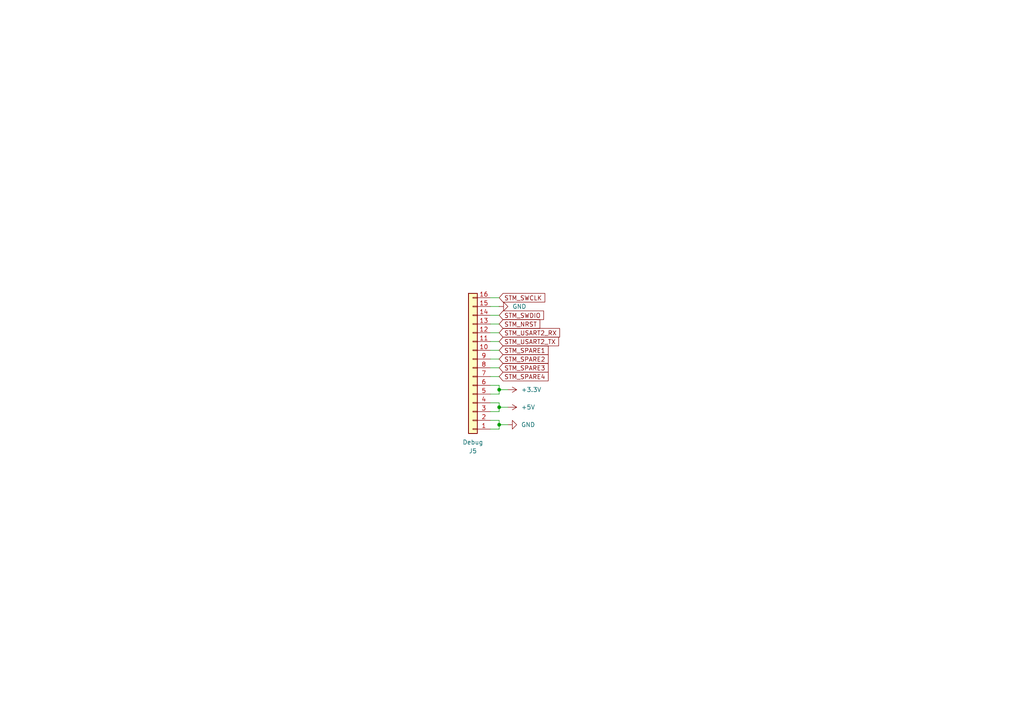
<source format=kicad_sch>
(kicad_sch (version 20250114) (generator "eeschema") (generator_version "9.0")
  (paper "A4")
  (title_block (title "Midi Expressor") (date "2025-12-26") (rev "0.1") (company "Amon Benson"))
  (lib_symbols
    (symbol "Connector_Generic:Conn_01x16" (pin_names (offset 1.016) (hide yes))
      (property "Reference" "J" (at 0 20.32 0))
      (property "Value" "Conn_01x16" (at 0 -22.86 0))
      (symbol "Conn_01x16_1_1"
        (rectangle (start -1.27 19.05) (end 1.27 -21.59) (stroke (width 0.254)) (fill (type background)))
        (rectangle (start -1.27 17.907) (end 0 17.653) (stroke (width 0.1524)))
        (rectangle (start -1.27 15.367) (end 0 15.113) (stroke (width 0.1524)))
        (rectangle (start -1.27 12.827) (end 0 12.573) (stroke (width 0.1524)))
        (rectangle (start -1.27 10.287) (end 0 10.033) (stroke (width 0.1524)))
        (rectangle (start -1.27 7.747) (end 0 7.493) (stroke (width 0.1524)))
        (rectangle (start -1.27 5.207) (end 0 4.953) (stroke (width 0.1524)))
        (rectangle (start -1.27 2.667) (end 0 2.413) (stroke (width 0.1524)))
        (rectangle (start -1.27 0.127) (end 0 -0.127) (stroke (width 0.1524)))
        (rectangle (start -1.27 -2.413) (end 0 -2.667) (stroke (width 0.1524)))
        (rectangle (start -1.27 -4.953) (end 0 -5.207) (stroke (width 0.1524)))
        (rectangle (start -1.27 -7.493) (end 0 -7.747) (stroke (width 0.1524)))
        (rectangle (start -1.27 -10.033) (end 0 -10.287) (stroke (width 0.1524)))
        (rectangle (start -1.27 -12.573) (end 0 -12.827) (stroke (width 0.1524)))
        (rectangle (start -1.27 -15.113) (end 0 -15.367) (stroke (width 0.1524)))
        (rectangle (start -1.27 -17.653) (end 0 -17.907) (stroke (width 0.1524)))
        (rectangle (start -1.27 -20.193) (end 0 -20.447) (stroke (width 0.1524)))
        (pin passive line (at -5.08 17.78 0) (length 3.81) (name "Pin_1") (number "1"))
        (pin passive line (at -5.08 15.24 0) (length 3.81) (name "Pin_2") (number "2"))
        (pin passive line (at -5.08 12.7 0) (length 3.81) (name "Pin_3") (number "3"))
        (pin passive line (at -5.08 10.16 0) (length 3.81) (name "Pin_4") (number "4"))
        (pin passive line (at -5.08 7.62 0) (length 3.81) (name "Pin_5") (number "5"))
        (pin passive line (at -5.08 5.08 0) (length 3.81) (name "Pin_6") (number "6"))
        (pin passive line (at -5.08 2.54 0) (length 3.81) (name "Pin_7") (number "7"))
        (pin passive line (at -5.08 0 0) (length 3.81) (name "Pin_8") (number "8"))
        (pin passive line (at -5.08 -2.54 0) (length 3.81) (name "Pin_9") (number "9"))
        (pin passive line (at -5.08 -5.08 0) (length 3.81) (name "Pin_10") (number "10"))
        (pin passive line (at -5.08 -7.62 0) (length 3.81) (name "Pin_11") (number "11"))
        (pin passive line (at -5.08 -10.16 0) (length 3.81) (name "Pin_12") (number "12"))
        (pin passive line (at -5.08 -12.7 0) (length 3.81) (name "Pin_13") (number "13"))
        (pin passive line (at -5.08 -15.24 0) (length 3.81) (name "Pin_14") (number "14"))
        (pin passive line (at -5.08 -17.78 0) (length 3.81) (name "Pin_15") (number "15"))
        (pin passive line (at -5.08 -20.32 0) (length 3.81) (name "Pin_16") (number "16"))
      )
    )
    (symbol "power:+3.3V" (power) (pin_numbers (hide yes)) (pin_names (offset 0) (hide yes))
      (property "Value" "+3.3V" (at 0 3.556 0))
      (symbol "+3.3V_0_1"
        (polyline (pts (xy -0.762 1.27) (xy 0 2.54)))
        (polyline (pts (xy 0 2.54) (xy 0.762 1.27)))
        (polyline (pts (xy 0 0) (xy 0 2.54)))
      )
      (symbol "+3.3V_1_1"
        (pin power_in line (at 0 0 90) (length 0) (name "~") (number "1"))
      )
    )
    (symbol "power:+5V" (power) (pin_numbers (hide yes)) (pin_names (offset 0) (hide yes))
      (property "Value" "+5V" (at 0 3.556 0))
      (symbol "+5V_0_1"
        (polyline (pts (xy -0.762 1.27) (xy 0 2.54)))
        (polyline (pts (xy 0 2.54) (xy 0.762 1.27)))
        (polyline (pts (xy 0 0) (xy 0 2.54)))
      )
      (symbol "+5V_1_1"
        (pin power_in line (at 0 0 90) (length 0) (name "~") (number "1"))
      )
    )
    (symbol "power:GND" (power) (pin_numbers (hide yes)) (pin_names (offset 0) (hide yes))
      (property "Value" "GND" (at 0 -3.81 0))
      (symbol "GND_0_1"
        (polyline (pts (xy 0 0) (xy 0 -1.27) (xy 1.27 -1.27) (xy 0 -2.54) (xy -1.27 -1.27) (xy 0 -1.27)))
      )
      (symbol "GND_1_1"
        (pin power_in line (at 0 0 270) (length 0) (name "~") (number "1"))
      )
    )
  )
  (junction (at 144.78 113.03))
  (junction (at 144.78 118.11))
  (junction (at 144.78 123.19))
  (wire (pts (xy 144.78 119.38) (xy 142.24 119.38)))
  (wire (pts (xy 142.24 91.44) (xy 144.78 91.44)))
  (wire (pts (xy 147.32 123.19) (xy 144.78 123.19)))
  (wire (pts (xy 142.24 111.76) (xy 144.78 111.76)))
  (wire (pts (xy 142.24 109.22) (xy 144.78 109.22)))
  (wire (pts (xy 142.24 96.52) (xy 144.78 96.52)))
  (wire (pts (xy 142.24 116.84) (xy 144.78 116.84)))
  (wire (pts (xy 147.32 118.11) (xy 144.78 118.11)))
  (wire (pts (xy 144.78 111.76) (xy 144.78 113.03)))
  (wire (pts (xy 142.24 104.14) (xy 144.78 104.14)))
  (wire (pts (xy 144.78 124.46) (xy 142.24 124.46)))
  (wire (pts (xy 144.78 123.19) (xy 144.78 124.46)))
  (wire (pts (xy 144.78 116.84) (xy 144.78 118.11)))
  (wire (pts (xy 144.78 114.3) (xy 142.24 114.3)))
  (wire (pts (xy 142.24 101.6) (xy 144.78 101.6)))
  (wire (pts (xy 142.24 93.98) (xy 144.78 93.98)))
  (wire (pts (xy 144.78 118.11) (xy 144.78 119.38)))
  (wire (pts (xy 144.78 88.9) (xy 142.24 88.9)))
  (wire (pts (xy 144.78 113.03) (xy 144.78 114.3)))
  (wire (pts (xy 142.24 106.68) (xy 144.78 106.68)))
  (wire (pts (xy 142.24 99.06) (xy 144.78 99.06)))
  (wire (pts (xy 147.32 113.03) (xy 144.78 113.03)))
  (wire (pts (xy 142.24 86.36) (xy 144.78 86.36)))
  (wire (pts (xy 142.24 121.92) (xy 144.78 121.92)))
  (wire (pts (xy 144.78 121.92) (xy 144.78 123.19)))
  (global_label "STM_SPARE1" (shape input) (at 144.78 101.6 0) (property "Intersheetrefs" "${INTERSHEET_REFS}" (effects (hide yes))))
  (global_label "STM_NRST" (shape input) (at 144.78 93.98 0) (property "Intersheetrefs" "${INTERSHEET_REFS}" (effects (hide yes))))
  (global_label "STM_SWCLK" (shape input) (at 144.78 86.36 0) (property "Intersheetrefs" "${INTERSHEET_REFS}" (effects (hide yes))))
  (global_label "STM_SPARE3" (shape input) (at 144.78 106.68 0) (property "Intersheetrefs" "${INTERSHEET_REFS}" (effects (hide yes))))
  (global_label "STM_USART2_RX" (shape input) (at 144.78 96.52 0) (property "Intersheetrefs" "${INTERSHEET_REFS}" (effects (hide yes))))
  (global_label "STM_USART2_TX" (shape input) (at 144.78 99.06 0) (property "Intersheetrefs" "${INTERSHEET_REFS}" (effects (hide yes))))
  (global_label "STM_SPARE4" (shape input) (at 144.78 109.22 0) (property "Intersheetrefs" "${INTERSHEET_REFS}" (effects (hide yes))))
  (global_label "STM_SWDIO" (shape input) (at 144.78 91.44 0) (property "Intersheetrefs" "${INTERSHEET_REFS}" (effects (hide yes))))
  (global_label "STM_SPARE2" (shape input) (at 144.78 104.14 0) (property "Intersheetrefs" "${INTERSHEET_REFS}" (effects (hide yes))))
  (symbol (lib_id "power:+5V") (at 147.32 118.11 270) (unit 1)
    (property "Reference" "#PWR0148" (effects (hide yes)))
    (property "Value" "+5V" (at 151.13 118.1099 90) (effects (justify left)))
    (property "Description" "Power symbol creates a global label with name \"+5V\"" (effects (hide yes)))
  )
  (symbol (lib_id "power:+3.3V") (at 147.32 113.03 270) (unit 1)
    (property "Reference" "#PWR0149" (effects (hide yes)))
    (property "Value" "+3.3V" (at 151.13 113.0299 90) (effects (justify left)))
    (property "Description" "Power symbol creates a global label with name \"+3.3V\"" (effects (hide yes)))
  )
  (symbol (lib_id "power:GND") (at 144.78 88.9 90) (unit 1)
    (property "Reference" "#PWR0151" (effects (hide yes)))
    (property "Value" "GND" (at 148.59 88.8999 90) (effects (justify right)))
    (property "Description" "Power symbol creates a global label with name \"GND\" , ground" (effects (hide yes)))
  )
  (symbol (lib_id "power:GND") (at 147.32 123.19 90) (unit 1)
    (property "Reference" "#PWR0150" (effects (hide yes)))
    (property "Value" "GND" (at 151.13 123.1899 90) (effects (justify right)))
    (property "Description" "Power symbol creates a global label with name \"GND\" , ground" (effects (hide yes)))
  )
  (symbol (lib_id "Connector_Generic:Conn_01x16") (at 137.16 106.68 180) (unit 1)
    (property "Reference" "J5" (at 137.16 130.81 0))
    (property "Value" "Debug" (at 137.16 128.27 0))
    (property "Footprint" "Connector_PinHeader_2.54mm:PinHeader_1x16_P2.54mm_Vertical" (effects (hide yes)))
    (property "Description" "Generic connector, single row, 01x16, script generated (kicad-library-utils/schlib/autogen/connector/)" (effects (hide yes)))
  )
)
</source>
